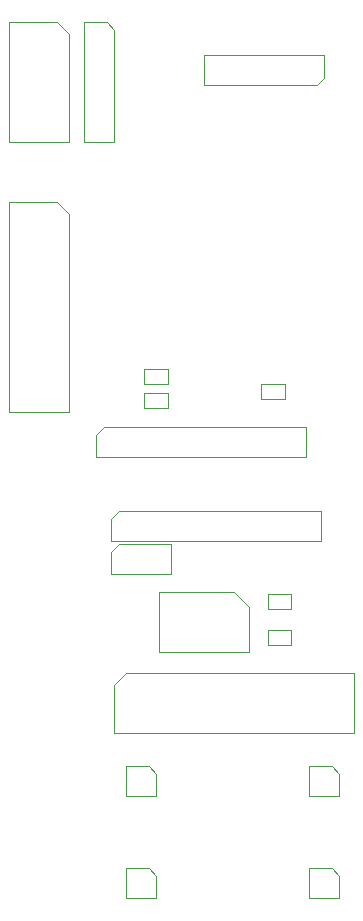
<source format=gbr>
%TF.GenerationSoftware,KiCad,Pcbnew,7.0.10*%
%TF.CreationDate,2024-01-29T09:08:01-07:00*%
%TF.ProjectId,AMPE32T30,414d5045-3332-4543-9330-2e6b69636164,rev?*%
%TF.SameCoordinates,PX76efc10PY5962530*%
%TF.FileFunction,AssemblyDrawing,Top*%
%FSLAX46Y46*%
G04 Gerber Fmt 4.6, Leading zero omitted, Abs format (unit mm)*
G04 Created by KiCad (PCBNEW 7.0.10) date 2024-01-29 09:08:01*
%MOMM*%
%LPD*%
G01*
G04 APERTURE LIST*
%ADD10C,0.100000*%
G04 APERTURE END LIST*
D10*
%TO.C,J4*%
X9144000Y30734000D02*
X9144000Y32639000D01*
X26924000Y30734000D02*
X9144000Y30734000D01*
X9144000Y32639000D02*
X9779000Y33274000D01*
X9779000Y33274000D02*
X26924000Y33274000D01*
X26924000Y33274000D02*
X26924000Y30734000D01*
%TO.C,J5*%
X9398000Y14478000D02*
X9398000Y18558000D01*
X29718000Y14478000D02*
X9398000Y14478000D01*
X9398000Y18558000D02*
X10398000Y19558000D01*
X10398000Y19558000D02*
X29718000Y19558000D01*
X29718000Y19558000D02*
X29718000Y14478000D01*
%TO.C,J6*%
X9144000Y27940000D02*
X9144000Y29845000D01*
X14224000Y27940000D02*
X9144000Y27940000D01*
X9144000Y29845000D02*
X9779000Y30480000D01*
X9779000Y30480000D02*
X14224000Y30480000D01*
X14224000Y30480000D02*
X14224000Y27940000D01*
%TO.C,J7*%
X508000Y59436000D02*
X4588000Y59436000D01*
X508000Y41656000D02*
X508000Y59436000D01*
X4588000Y59436000D02*
X5588000Y58436000D01*
X5588000Y58436000D02*
X5588000Y41656000D01*
X5588000Y41656000D02*
X508000Y41656000D01*
%TO.C,R1*%
X13938000Y44079000D02*
X11938000Y44079000D01*
X13938000Y45329000D02*
X13938000Y44079000D01*
X11938000Y44079000D02*
X11938000Y45329000D01*
X11938000Y45329000D02*
X13938000Y45329000D01*
%TO.C,MP*%
X27178000Y71882000D02*
X27178000Y69977000D01*
X17018000Y71882000D02*
X27178000Y71882000D01*
X27178000Y69977000D02*
X26543000Y69342000D01*
X26543000Y69342000D02*
X17018000Y69342000D01*
X17018000Y69342000D02*
X17018000Y71882000D01*
%TO.C,J1*%
X508000Y74676000D02*
X4588000Y74676000D01*
X508000Y64516000D02*
X508000Y74676000D01*
X4588000Y74676000D02*
X5588000Y73676000D01*
X5588000Y73676000D02*
X5588000Y64516000D01*
X5588000Y64516000D02*
X508000Y64516000D01*
%TO.C,J3*%
X6858000Y74676000D02*
X8763000Y74676000D01*
X6858000Y64516000D02*
X6858000Y74676000D01*
X8763000Y74676000D02*
X9398000Y74041000D01*
X9398000Y74041000D02*
X9398000Y64516000D01*
X9398000Y64516000D02*
X6858000Y64516000D01*
%TO.C,R5*%
X21844000Y44059000D02*
X23844000Y44059000D01*
X21844000Y42809000D02*
X21844000Y44059000D01*
X23844000Y44059000D02*
X23844000Y42809000D01*
X23844000Y42809000D02*
X21844000Y42809000D01*
%TO.C,J12*%
X25908000Y3048000D02*
X27813000Y3048000D01*
X25908000Y508000D02*
X25908000Y3048000D01*
X27813000Y3048000D02*
X28448000Y2413000D01*
X28448000Y2413000D02*
X28448000Y508000D01*
X28448000Y508000D02*
X25908000Y508000D01*
%TO.C,J14*%
X7874000Y37846000D02*
X7874000Y39751000D01*
X25654000Y37846000D02*
X7874000Y37846000D01*
X7874000Y39751000D02*
X8509000Y40386000D01*
X8509000Y40386000D02*
X25654000Y40386000D01*
X25654000Y40386000D02*
X25654000Y37846000D01*
%TO.C,R2*%
X13938000Y42047000D02*
X11938000Y42047000D01*
X13938000Y43297000D02*
X13938000Y42047000D01*
X11938000Y42047000D02*
X11938000Y43297000D01*
X11938000Y43297000D02*
X13938000Y43297000D01*
%TO.C,J11*%
X25908000Y11684000D02*
X27813000Y11684000D01*
X25908000Y9144000D02*
X25908000Y11684000D01*
X27813000Y11684000D02*
X28448000Y11049000D01*
X28448000Y11049000D02*
X28448000Y9144000D01*
X28448000Y9144000D02*
X25908000Y9144000D01*
%TO.C,J13*%
X10414000Y3048000D02*
X12319000Y3048000D01*
X10414000Y508000D02*
X10414000Y3048000D01*
X12319000Y3048000D02*
X12954000Y2413000D01*
X12954000Y2413000D02*
X12954000Y508000D01*
X12954000Y508000D02*
X10414000Y508000D01*
%TO.C,J10*%
X10414000Y11684000D02*
X12319000Y11684000D01*
X10414000Y9144000D02*
X10414000Y11684000D01*
X12319000Y11684000D02*
X12954000Y11049000D01*
X12954000Y11049000D02*
X12954000Y9144000D01*
X12954000Y9144000D02*
X10414000Y9144000D01*
%TO.C,J2*%
X19558000Y26416000D02*
X20828000Y25146000D01*
X13208000Y26416000D02*
X19558000Y26416000D01*
X20828000Y25146000D02*
X20828000Y21336000D01*
X20828000Y21336000D02*
X13208000Y21336000D01*
X13208000Y21336000D02*
X13208000Y26416000D01*
%TO.C,R3*%
X22384000Y23231000D02*
X24384000Y23231000D01*
X22384000Y21981000D02*
X22384000Y23231000D01*
X24384000Y23231000D02*
X24384000Y21981000D01*
X24384000Y21981000D02*
X22384000Y21981000D01*
%TO.C,R4*%
X24384000Y25029000D02*
X22384000Y25029000D01*
X24384000Y26279000D02*
X24384000Y25029000D01*
X22384000Y25029000D02*
X22384000Y26279000D01*
X22384000Y26279000D02*
X24384000Y26279000D01*
%TD*%
M02*

</source>
